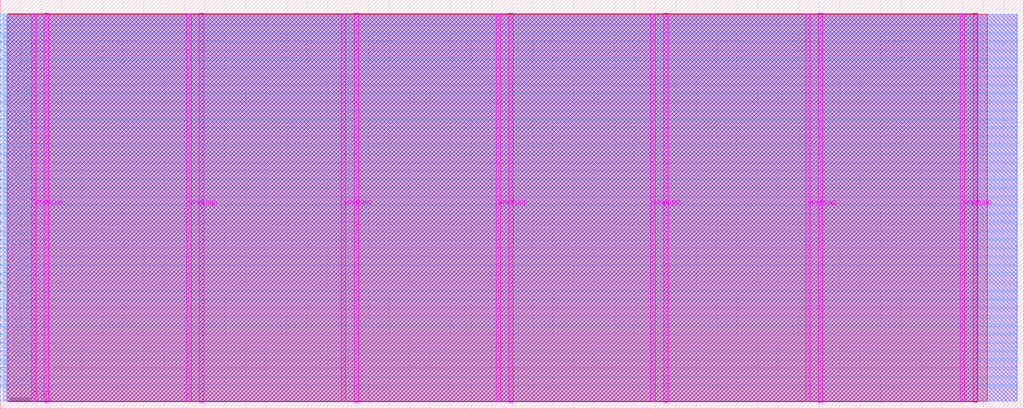
<source format=lef>
VERSION 5.7 ;
  NOWIREEXTENSIONATPIN ON ;
  DIVIDERCHAR "/" ;
  BUSBITCHARS "[]" ;
MACRO heichips25_tiny_wrapper2
  CLASS BLOCK ;
  FOREIGN heichips25_tiny_wrapper2 ;
  ORIGIN 0.000 0.000 ;
  SIZE 500.000 BY 200.000 ;
  PIN VGND
    DIRECTION INOUT ;
    USE GROUND ;
    PORT
      LAYER TopMetal1 ;
        RECT 21.580 3.150 23.780 193.410 ;
    END
    PORT
      LAYER TopMetal1 ;
        RECT 97.180 3.150 99.380 193.410 ;
    END
    PORT
      LAYER TopMetal1 ;
        RECT 172.780 3.150 174.980 193.410 ;
    END
    PORT
      LAYER TopMetal1 ;
        RECT 248.380 3.150 250.580 193.410 ;
    END
    PORT
      LAYER TopMetal1 ;
        RECT 323.980 3.150 326.180 193.410 ;
    END
    PORT
      LAYER TopMetal1 ;
        RECT 399.580 3.150 401.780 193.410 ;
    END
    PORT
      LAYER TopMetal1 ;
        RECT 475.180 3.150 477.380 193.410 ;
    END
  END VGND
  PIN VPWR
    DIRECTION INOUT ;
    USE POWER ;
    PORT
      LAYER TopMetal1 ;
        RECT 15.380 3.560 17.580 193.000 ;
    END
    PORT
      LAYER TopMetal1 ;
        RECT 90.980 3.560 93.180 193.000 ;
    END
    PORT
      LAYER TopMetal1 ;
        RECT 166.580 3.560 168.780 193.000 ;
    END
    PORT
      LAYER TopMetal1 ;
        RECT 242.180 3.560 244.380 193.000 ;
    END
    PORT
      LAYER TopMetal1 ;
        RECT 317.780 3.560 319.980 193.000 ;
    END
    PORT
      LAYER TopMetal1 ;
        RECT 393.380 3.560 395.580 193.000 ;
    END
    PORT
      LAYER TopMetal1 ;
        RECT 468.980 3.560 471.180 193.000 ;
    END
  END VPWR
  PIN clk
    DIRECTION INPUT ;
    USE SIGNAL ;
    ANTENNAGATEAREA 1.450800 ;
    PORT
      LAYER Metal3 ;
        RECT 0.000 183.340 0.400 183.740 ;
    END
  END clk
  PIN ena
    DIRECTION INPUT ;
    USE SIGNAL ;
    ANTENNAGATEAREA 0.180700 ;
    PORT
      LAYER Metal3 ;
        RECT 0.000 179.140 0.400 179.540 ;
    END
  END ena
  PIN rst_n
    DIRECTION INPUT ;
    USE SIGNAL ;
    ANTENNAGATEAREA 0.180700 ;
    PORT
      LAYER Metal3 ;
        RECT 0.000 187.540 0.400 187.940 ;
    END
  END rst_n
  PIN ui_in[0]
    DIRECTION INPUT ;
    USE SIGNAL ;
    ANTENNAGATEAREA 0.180700 ;
    PORT
      LAYER Metal3 ;
        RECT 0.000 111.940 0.400 112.340 ;
    END
  END ui_in[0]
  PIN ui_in[1]
    DIRECTION INPUT ;
    USE SIGNAL ;
    ANTENNAGATEAREA 0.180700 ;
    PORT
      LAYER Metal3 ;
        RECT 0.000 116.140 0.400 116.540 ;
    END
  END ui_in[1]
  PIN ui_in[2]
    DIRECTION INPUT ;
    USE SIGNAL ;
    ANTENNAGATEAREA 0.180700 ;
    PORT
      LAYER Metal3 ;
        RECT 0.000 120.340 0.400 120.740 ;
    END
  END ui_in[2]
  PIN ui_in[3]
    DIRECTION INPUT ;
    USE SIGNAL ;
    ANTENNAGATEAREA 0.180700 ;
    PORT
      LAYER Metal3 ;
        RECT 0.000 124.540 0.400 124.940 ;
    END
  END ui_in[3]
  PIN ui_in[4]
    DIRECTION INPUT ;
    USE SIGNAL ;
    ANTENNAGATEAREA 0.180700 ;
    PORT
      LAYER Metal3 ;
        RECT 0.000 128.740 0.400 129.140 ;
    END
  END ui_in[4]
  PIN ui_in[5]
    DIRECTION INPUT ;
    USE SIGNAL ;
    ANTENNAGATEAREA 0.180700 ;
    PORT
      LAYER Metal3 ;
        RECT 0.000 132.940 0.400 133.340 ;
    END
  END ui_in[5]
  PIN ui_in[6]
    DIRECTION INPUT ;
    USE SIGNAL ;
    ANTENNAGATEAREA 0.180700 ;
    PORT
      LAYER Metal3 ;
        RECT 0.000 137.140 0.400 137.540 ;
    END
  END ui_in[6]
  PIN ui_in[7]
    DIRECTION INPUT ;
    USE SIGNAL ;
    ANTENNAGATEAREA 0.180700 ;
    PORT
      LAYER Metal3 ;
        RECT 0.000 141.340 0.400 141.740 ;
    END
  END ui_in[7]
  PIN uio_in[0]
    DIRECTION INPUT ;
    USE SIGNAL ;
    ANTENNAGATEAREA 0.180700 ;
    PORT
      LAYER Metal3 ;
        RECT 0.000 145.540 0.400 145.940 ;
    END
  END uio_in[0]
  PIN uio_in[1]
    DIRECTION INPUT ;
    USE SIGNAL ;
    ANTENNAGATEAREA 0.180700 ;
    PORT
      LAYER Metal3 ;
        RECT 0.000 149.740 0.400 150.140 ;
    END
  END uio_in[1]
  PIN uio_in[2]
    DIRECTION INPUT ;
    USE SIGNAL ;
    ANTENNAGATEAREA 0.180700 ;
    PORT
      LAYER Metal3 ;
        RECT 0.000 153.940 0.400 154.340 ;
    END
  END uio_in[2]
  PIN uio_in[3]
    DIRECTION INPUT ;
    USE SIGNAL ;
    ANTENNAGATEAREA 0.180700 ;
    PORT
      LAYER Metal3 ;
        RECT 0.000 158.140 0.400 158.540 ;
    END
  END uio_in[3]
  PIN uio_in[4]
    DIRECTION INPUT ;
    USE SIGNAL ;
    ANTENNAGATEAREA 0.180700 ;
    PORT
      LAYER Metal3 ;
        RECT 0.000 162.340 0.400 162.740 ;
    END
  END uio_in[4]
  PIN uio_in[5]
    DIRECTION INPUT ;
    USE SIGNAL ;
    ANTENNAGATEAREA 0.180700 ;
    PORT
      LAYER Metal3 ;
        RECT 0.000 166.540 0.400 166.940 ;
    END
  END uio_in[5]
  PIN uio_in[6]
    DIRECTION INPUT ;
    USE SIGNAL ;
    ANTENNAGATEAREA 0.180700 ;
    PORT
      LAYER Metal3 ;
        RECT 0.000 170.740 0.400 171.140 ;
    END
  END uio_in[6]
  PIN uio_in[7]
    DIRECTION INPUT ;
    USE SIGNAL ;
    ANTENNAGATEAREA 0.180700 ;
    PORT
      LAYER Metal3 ;
        RECT 0.000 174.940 0.400 175.340 ;
    END
  END uio_in[7]
  PIN uio_oe[0]
    DIRECTION OUTPUT ;
    USE SIGNAL ;
    ANTENNADIFFAREA 0.708600 ;
    PORT
      LAYER Metal3 ;
        RECT 0.000 78.340 0.400 78.740 ;
    END
  END uio_oe[0]
  PIN uio_oe[1]
    DIRECTION OUTPUT ;
    USE SIGNAL ;
    ANTENNADIFFAREA 0.708600 ;
    PORT
      LAYER Metal3 ;
        RECT 0.000 82.540 0.400 82.940 ;
    END
  END uio_oe[1]
  PIN uio_oe[2]
    DIRECTION OUTPUT ;
    USE SIGNAL ;
    ANTENNADIFFAREA 0.708600 ;
    PORT
      LAYER Metal3 ;
        RECT 0.000 86.740 0.400 87.140 ;
    END
  END uio_oe[2]
  PIN uio_oe[3]
    DIRECTION OUTPUT ;
    USE SIGNAL ;
    ANTENNADIFFAREA 0.708600 ;
    PORT
      LAYER Metal3 ;
        RECT 0.000 90.940 0.400 91.340 ;
    END
  END uio_oe[3]
  PIN uio_oe[4]
    DIRECTION OUTPUT ;
    USE SIGNAL ;
    ANTENNADIFFAREA 0.708600 ;
    PORT
      LAYER Metal3 ;
        RECT 0.000 95.140 0.400 95.540 ;
    END
  END uio_oe[4]
  PIN uio_oe[5]
    DIRECTION OUTPUT ;
    USE SIGNAL ;
    ANTENNADIFFAREA 0.708600 ;
    PORT
      LAYER Metal3 ;
        RECT 0.000 99.340 0.400 99.740 ;
    END
  END uio_oe[5]
  PIN uio_oe[6]
    DIRECTION OUTPUT ;
    USE SIGNAL ;
    ANTENNADIFFAREA 0.708600 ;
    PORT
      LAYER Metal3 ;
        RECT 0.000 103.540 0.400 103.940 ;
    END
  END uio_oe[6]
  PIN uio_oe[7]
    DIRECTION OUTPUT ;
    USE SIGNAL ;
    ANTENNADIFFAREA 0.708600 ;
    PORT
      LAYER Metal3 ;
        RECT 0.000 107.740 0.400 108.140 ;
    END
  END uio_oe[7]
  PIN uio_out[0]
    DIRECTION OUTPUT ;
    USE SIGNAL ;
    ANTENNADIFFAREA 0.708600 ;
    PORT
      LAYER Metal3 ;
        RECT 0.000 44.740 0.400 45.140 ;
    END
  END uio_out[0]
  PIN uio_out[1]
    DIRECTION OUTPUT ;
    USE SIGNAL ;
    ANTENNADIFFAREA 0.708600 ;
    PORT
      LAYER Metal3 ;
        RECT 0.000 48.940 0.400 49.340 ;
    END
  END uio_out[1]
  PIN uio_out[2]
    DIRECTION OUTPUT ;
    USE SIGNAL ;
    ANTENNADIFFAREA 0.708600 ;
    PORT
      LAYER Metal3 ;
        RECT 0.000 53.140 0.400 53.540 ;
    END
  END uio_out[2]
  PIN uio_out[3]
    DIRECTION OUTPUT ;
    USE SIGNAL ;
    ANTENNADIFFAREA 0.708600 ;
    PORT
      LAYER Metal3 ;
        RECT 0.000 57.340 0.400 57.740 ;
    END
  END uio_out[3]
  PIN uio_out[4]
    DIRECTION OUTPUT ;
    USE SIGNAL ;
    ANTENNADIFFAREA 0.708600 ;
    PORT
      LAYER Metal3 ;
        RECT 0.000 61.540 0.400 61.940 ;
    END
  END uio_out[4]
  PIN uio_out[5]
    DIRECTION OUTPUT ;
    USE SIGNAL ;
    ANTENNADIFFAREA 0.708600 ;
    PORT
      LAYER Metal3 ;
        RECT 0.000 65.740 0.400 66.140 ;
    END
  END uio_out[5]
  PIN uio_out[6]
    DIRECTION OUTPUT ;
    USE SIGNAL ;
    ANTENNADIFFAREA 0.708600 ;
    PORT
      LAYER Metal3 ;
        RECT 0.000 69.940 0.400 70.340 ;
    END
  END uio_out[6]
  PIN uio_out[7]
    DIRECTION OUTPUT ;
    USE SIGNAL ;
    ANTENNADIFFAREA 0.708600 ;
    PORT
      LAYER Metal3 ;
        RECT 0.000 74.140 0.400 74.540 ;
    END
  END uio_out[7]
  PIN uo_out[0]
    DIRECTION OUTPUT ;
    USE SIGNAL ;
    ANTENNADIFFAREA 0.708600 ;
    PORT
      LAYER Metal3 ;
        RECT 0.000 11.140 0.400 11.540 ;
    END
  END uo_out[0]
  PIN uo_out[1]
    DIRECTION OUTPUT ;
    USE SIGNAL ;
    ANTENNADIFFAREA 0.708600 ;
    PORT
      LAYER Metal3 ;
        RECT 0.000 15.340 0.400 15.740 ;
    END
  END uo_out[1]
  PIN uo_out[2]
    DIRECTION OUTPUT ;
    USE SIGNAL ;
    ANTENNADIFFAREA 0.708600 ;
    PORT
      LAYER Metal3 ;
        RECT 0.000 19.540 0.400 19.940 ;
    END
  END uo_out[2]
  PIN uo_out[3]
    DIRECTION OUTPUT ;
    USE SIGNAL ;
    ANTENNADIFFAREA 0.708600 ;
    PORT
      LAYER Metal3 ;
        RECT 0.000 23.740 0.400 24.140 ;
    END
  END uo_out[3]
  PIN uo_out[4]
    DIRECTION OUTPUT ;
    USE SIGNAL ;
    ANTENNADIFFAREA 0.708600 ;
    PORT
      LAYER Metal3 ;
        RECT 0.000 27.940 0.400 28.340 ;
    END
  END uo_out[4]
  PIN uo_out[5]
    DIRECTION OUTPUT ;
    USE SIGNAL ;
    ANTENNADIFFAREA 0.708600 ;
    PORT
      LAYER Metal3 ;
        RECT 0.000 32.140 0.400 32.540 ;
    END
  END uo_out[5]
  PIN uo_out[6]
    DIRECTION OUTPUT ;
    USE SIGNAL ;
    ANTENNADIFFAREA 0.708600 ;
    PORT
      LAYER Metal3 ;
        RECT 0.000 36.340 0.400 36.740 ;
    END
  END uo_out[6]
  PIN uo_out[7]
    DIRECTION OUTPUT ;
    USE SIGNAL ;
    ANTENNADIFFAREA 0.708600 ;
    PORT
      LAYER Metal3 ;
        RECT 0.000 40.540 0.400 40.940 ;
    END
  END uo_out[7]
  OBS
      LAYER GatPoly ;
        RECT 2.880 3.630 496.800 192.930 ;
      LAYER Metal1 ;
        RECT 2.880 3.560 496.800 193.000 ;
      LAYER Metal2 ;
        RECT 1.815 3.635 496.425 192.925 ;
      LAYER Metal3 ;
        RECT 0.100 188.150 496.465 192.880 ;
        RECT 0.610 187.330 496.465 188.150 ;
        RECT 0.100 183.950 496.465 187.330 ;
        RECT 0.610 183.130 496.465 183.950 ;
        RECT 0.100 179.750 496.465 183.130 ;
        RECT 0.610 178.930 496.465 179.750 ;
        RECT 0.100 175.550 496.465 178.930 ;
        RECT 0.610 174.730 496.465 175.550 ;
        RECT 0.100 171.350 496.465 174.730 ;
        RECT 0.610 170.530 496.465 171.350 ;
        RECT 0.100 167.150 496.465 170.530 ;
        RECT 0.610 166.330 496.465 167.150 ;
        RECT 0.100 162.950 496.465 166.330 ;
        RECT 0.610 162.130 496.465 162.950 ;
        RECT 0.100 158.750 496.465 162.130 ;
        RECT 0.610 157.930 496.465 158.750 ;
        RECT 0.100 154.550 496.465 157.930 ;
        RECT 0.610 153.730 496.465 154.550 ;
        RECT 0.100 150.350 496.465 153.730 ;
        RECT 0.610 149.530 496.465 150.350 ;
        RECT 0.100 146.150 496.465 149.530 ;
        RECT 0.610 145.330 496.465 146.150 ;
        RECT 0.100 141.950 496.465 145.330 ;
        RECT 0.610 141.130 496.465 141.950 ;
        RECT 0.100 137.750 496.465 141.130 ;
        RECT 0.610 136.930 496.465 137.750 ;
        RECT 0.100 133.550 496.465 136.930 ;
        RECT 0.610 132.730 496.465 133.550 ;
        RECT 0.100 129.350 496.465 132.730 ;
        RECT 0.610 128.530 496.465 129.350 ;
        RECT 0.100 125.150 496.465 128.530 ;
        RECT 0.610 124.330 496.465 125.150 ;
        RECT 0.100 120.950 496.465 124.330 ;
        RECT 0.610 120.130 496.465 120.950 ;
        RECT 0.100 116.750 496.465 120.130 ;
        RECT 0.610 115.930 496.465 116.750 ;
        RECT 0.100 112.550 496.465 115.930 ;
        RECT 0.610 111.730 496.465 112.550 ;
        RECT 0.100 108.350 496.465 111.730 ;
        RECT 0.610 107.530 496.465 108.350 ;
        RECT 0.100 104.150 496.465 107.530 ;
        RECT 0.610 103.330 496.465 104.150 ;
        RECT 0.100 99.950 496.465 103.330 ;
        RECT 0.610 99.130 496.465 99.950 ;
        RECT 0.100 95.750 496.465 99.130 ;
        RECT 0.610 94.930 496.465 95.750 ;
        RECT 0.100 91.550 496.465 94.930 ;
        RECT 0.610 90.730 496.465 91.550 ;
        RECT 0.100 87.350 496.465 90.730 ;
        RECT 0.610 86.530 496.465 87.350 ;
        RECT 0.100 83.150 496.465 86.530 ;
        RECT 0.610 82.330 496.465 83.150 ;
        RECT 0.100 78.950 496.465 82.330 ;
        RECT 0.610 78.130 496.465 78.950 ;
        RECT 0.100 74.750 496.465 78.130 ;
        RECT 0.610 73.930 496.465 74.750 ;
        RECT 0.100 70.550 496.465 73.930 ;
        RECT 0.610 69.730 496.465 70.550 ;
        RECT 0.100 66.350 496.465 69.730 ;
        RECT 0.610 65.530 496.465 66.350 ;
        RECT 0.100 62.150 496.465 65.530 ;
        RECT 0.610 61.330 496.465 62.150 ;
        RECT 0.100 57.950 496.465 61.330 ;
        RECT 0.610 57.130 496.465 57.950 ;
        RECT 0.100 53.750 496.465 57.130 ;
        RECT 0.610 52.930 496.465 53.750 ;
        RECT 0.100 49.550 496.465 52.930 ;
        RECT 0.610 48.730 496.465 49.550 ;
        RECT 0.100 45.350 496.465 48.730 ;
        RECT 0.610 44.530 496.465 45.350 ;
        RECT 0.100 41.150 496.465 44.530 ;
        RECT 0.610 40.330 496.465 41.150 ;
        RECT 0.100 36.950 496.465 40.330 ;
        RECT 0.610 36.130 496.465 36.950 ;
        RECT 0.100 32.750 496.465 36.130 ;
        RECT 0.610 31.930 496.465 32.750 ;
        RECT 0.100 28.550 496.465 31.930 ;
        RECT 0.610 27.730 496.465 28.550 ;
        RECT 0.100 24.350 496.465 27.730 ;
        RECT 0.610 23.530 496.465 24.350 ;
        RECT 0.100 20.150 496.465 23.530 ;
        RECT 0.610 19.330 496.465 20.150 ;
        RECT 0.100 15.950 496.465 19.330 ;
        RECT 0.610 15.130 496.465 15.950 ;
        RECT 0.100 11.750 496.465 15.130 ;
        RECT 0.610 10.930 496.465 11.750 ;
        RECT 0.100 3.680 496.465 10.930 ;
      LAYER Metal4 ;
        RECT 3.735 3.635 482.020 192.925 ;
      LAYER Metal5 ;
        RECT 3.695 3.470 477.245 193.090 ;
  END
END heichips25_tiny_wrapper2
END LIBRARY


</source>
